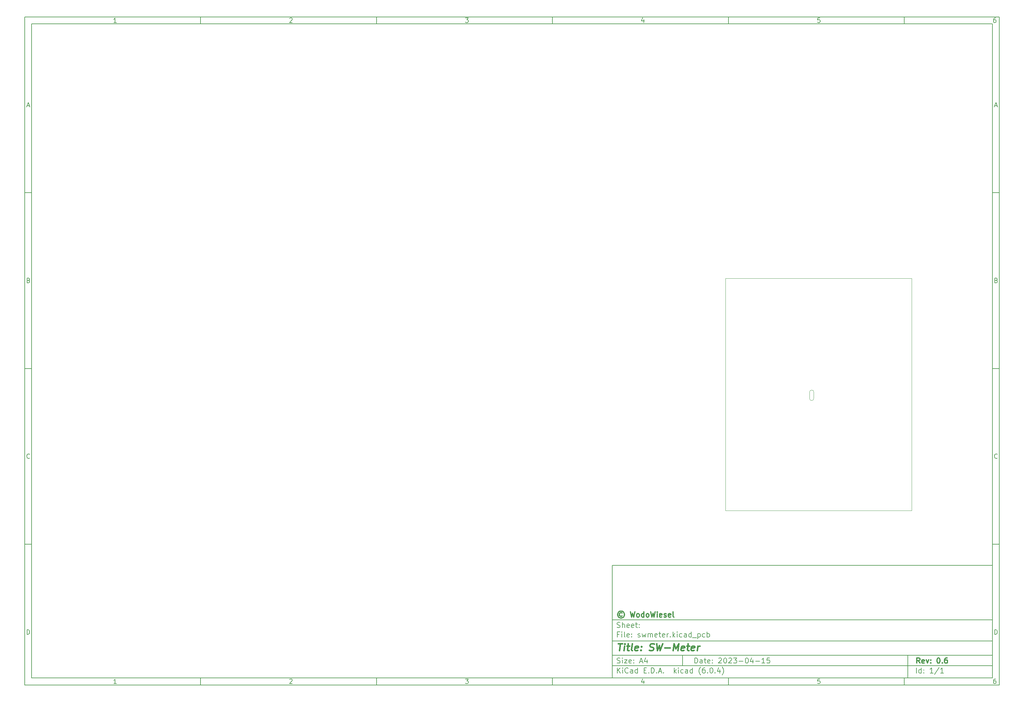
<source format=gbr>
%TF.GenerationSoftware,KiCad,Pcbnew,(6.0.4)*%
%TF.CreationDate,2023-10-22T18:39:05+02:00*%
%TF.ProjectId,swmeter,73776d65-7465-4722-9e6b-696361645f70,0.6*%
%TF.SameCoordinates,Original*%
%TF.FileFunction,Paste,Top*%
%TF.FilePolarity,Positive*%
%FSLAX46Y46*%
G04 Gerber Fmt 4.6, Leading zero omitted, Abs format (unit mm)*
G04 Created by KiCad (PCBNEW (6.0.4)) date 2023-10-22 18:39:05*
%MOMM*%
%LPD*%
G01*
G04 APERTURE LIST*
%ADD10C,0.100000*%
%ADD11C,0.150000*%
%ADD12C,0.300000*%
%ADD13C,0.400000*%
%TA.AperFunction,Profile*%
%ADD14C,0.100000*%
%TD*%
G04 APERTURE END LIST*
D10*
D11*
X177002200Y-166007200D02*
X177002200Y-198007200D01*
X285002200Y-198007200D01*
X285002200Y-166007200D01*
X177002200Y-166007200D01*
D10*
D11*
X10000000Y-10000000D02*
X10000000Y-200007200D01*
X287002200Y-200007200D01*
X287002200Y-10000000D01*
X10000000Y-10000000D01*
D10*
D11*
X12000000Y-12000000D02*
X12000000Y-198007200D01*
X285002200Y-198007200D01*
X285002200Y-12000000D01*
X12000000Y-12000000D01*
D10*
D11*
X60000000Y-12000000D02*
X60000000Y-10000000D01*
D10*
D11*
X110000000Y-12000000D02*
X110000000Y-10000000D01*
D10*
D11*
X160000000Y-12000000D02*
X160000000Y-10000000D01*
D10*
D11*
X210000000Y-12000000D02*
X210000000Y-10000000D01*
D10*
D11*
X260000000Y-12000000D02*
X260000000Y-10000000D01*
D10*
D11*
X36065476Y-11588095D02*
X35322619Y-11588095D01*
X35694047Y-11588095D02*
X35694047Y-10288095D01*
X35570238Y-10473809D01*
X35446428Y-10597619D01*
X35322619Y-10659523D01*
D10*
D11*
X85322619Y-10411904D02*
X85384523Y-10350000D01*
X85508333Y-10288095D01*
X85817857Y-10288095D01*
X85941666Y-10350000D01*
X86003571Y-10411904D01*
X86065476Y-10535714D01*
X86065476Y-10659523D01*
X86003571Y-10845238D01*
X85260714Y-11588095D01*
X86065476Y-11588095D01*
D10*
D11*
X135260714Y-10288095D02*
X136065476Y-10288095D01*
X135632142Y-10783333D01*
X135817857Y-10783333D01*
X135941666Y-10845238D01*
X136003571Y-10907142D01*
X136065476Y-11030952D01*
X136065476Y-11340476D01*
X136003571Y-11464285D01*
X135941666Y-11526190D01*
X135817857Y-11588095D01*
X135446428Y-11588095D01*
X135322619Y-11526190D01*
X135260714Y-11464285D01*
D10*
D11*
X185941666Y-10721428D02*
X185941666Y-11588095D01*
X185632142Y-10226190D02*
X185322619Y-11154761D01*
X186127380Y-11154761D01*
D10*
D11*
X236003571Y-10288095D02*
X235384523Y-10288095D01*
X235322619Y-10907142D01*
X235384523Y-10845238D01*
X235508333Y-10783333D01*
X235817857Y-10783333D01*
X235941666Y-10845238D01*
X236003571Y-10907142D01*
X236065476Y-11030952D01*
X236065476Y-11340476D01*
X236003571Y-11464285D01*
X235941666Y-11526190D01*
X235817857Y-11588095D01*
X235508333Y-11588095D01*
X235384523Y-11526190D01*
X235322619Y-11464285D01*
D10*
D11*
X285941666Y-10288095D02*
X285694047Y-10288095D01*
X285570238Y-10350000D01*
X285508333Y-10411904D01*
X285384523Y-10597619D01*
X285322619Y-10845238D01*
X285322619Y-11340476D01*
X285384523Y-11464285D01*
X285446428Y-11526190D01*
X285570238Y-11588095D01*
X285817857Y-11588095D01*
X285941666Y-11526190D01*
X286003571Y-11464285D01*
X286065476Y-11340476D01*
X286065476Y-11030952D01*
X286003571Y-10907142D01*
X285941666Y-10845238D01*
X285817857Y-10783333D01*
X285570238Y-10783333D01*
X285446428Y-10845238D01*
X285384523Y-10907142D01*
X285322619Y-11030952D01*
D10*
D11*
X60000000Y-198007200D02*
X60000000Y-200007200D01*
D10*
D11*
X110000000Y-198007200D02*
X110000000Y-200007200D01*
D10*
D11*
X160000000Y-198007200D02*
X160000000Y-200007200D01*
D10*
D11*
X210000000Y-198007200D02*
X210000000Y-200007200D01*
D10*
D11*
X260000000Y-198007200D02*
X260000000Y-200007200D01*
D10*
D11*
X36065476Y-199595295D02*
X35322619Y-199595295D01*
X35694047Y-199595295D02*
X35694047Y-198295295D01*
X35570238Y-198481009D01*
X35446428Y-198604819D01*
X35322619Y-198666723D01*
D10*
D11*
X85322619Y-198419104D02*
X85384523Y-198357200D01*
X85508333Y-198295295D01*
X85817857Y-198295295D01*
X85941666Y-198357200D01*
X86003571Y-198419104D01*
X86065476Y-198542914D01*
X86065476Y-198666723D01*
X86003571Y-198852438D01*
X85260714Y-199595295D01*
X86065476Y-199595295D01*
D10*
D11*
X135260714Y-198295295D02*
X136065476Y-198295295D01*
X135632142Y-198790533D01*
X135817857Y-198790533D01*
X135941666Y-198852438D01*
X136003571Y-198914342D01*
X136065476Y-199038152D01*
X136065476Y-199347676D01*
X136003571Y-199471485D01*
X135941666Y-199533390D01*
X135817857Y-199595295D01*
X135446428Y-199595295D01*
X135322619Y-199533390D01*
X135260714Y-199471485D01*
D10*
D11*
X185941666Y-198728628D02*
X185941666Y-199595295D01*
X185632142Y-198233390D02*
X185322619Y-199161961D01*
X186127380Y-199161961D01*
D10*
D11*
X236003571Y-198295295D02*
X235384523Y-198295295D01*
X235322619Y-198914342D01*
X235384523Y-198852438D01*
X235508333Y-198790533D01*
X235817857Y-198790533D01*
X235941666Y-198852438D01*
X236003571Y-198914342D01*
X236065476Y-199038152D01*
X236065476Y-199347676D01*
X236003571Y-199471485D01*
X235941666Y-199533390D01*
X235817857Y-199595295D01*
X235508333Y-199595295D01*
X235384523Y-199533390D01*
X235322619Y-199471485D01*
D10*
D11*
X285941666Y-198295295D02*
X285694047Y-198295295D01*
X285570238Y-198357200D01*
X285508333Y-198419104D01*
X285384523Y-198604819D01*
X285322619Y-198852438D01*
X285322619Y-199347676D01*
X285384523Y-199471485D01*
X285446428Y-199533390D01*
X285570238Y-199595295D01*
X285817857Y-199595295D01*
X285941666Y-199533390D01*
X286003571Y-199471485D01*
X286065476Y-199347676D01*
X286065476Y-199038152D01*
X286003571Y-198914342D01*
X285941666Y-198852438D01*
X285817857Y-198790533D01*
X285570238Y-198790533D01*
X285446428Y-198852438D01*
X285384523Y-198914342D01*
X285322619Y-199038152D01*
D10*
D11*
X10000000Y-60000000D02*
X12000000Y-60000000D01*
D10*
D11*
X10000000Y-110000000D02*
X12000000Y-110000000D01*
D10*
D11*
X10000000Y-160000000D02*
X12000000Y-160000000D01*
D10*
D11*
X10690476Y-35216666D02*
X11309523Y-35216666D01*
X10566666Y-35588095D02*
X11000000Y-34288095D01*
X11433333Y-35588095D01*
D10*
D11*
X11092857Y-84907142D02*
X11278571Y-84969047D01*
X11340476Y-85030952D01*
X11402380Y-85154761D01*
X11402380Y-85340476D01*
X11340476Y-85464285D01*
X11278571Y-85526190D01*
X11154761Y-85588095D01*
X10659523Y-85588095D01*
X10659523Y-84288095D01*
X11092857Y-84288095D01*
X11216666Y-84350000D01*
X11278571Y-84411904D01*
X11340476Y-84535714D01*
X11340476Y-84659523D01*
X11278571Y-84783333D01*
X11216666Y-84845238D01*
X11092857Y-84907142D01*
X10659523Y-84907142D01*
D10*
D11*
X11402380Y-135464285D02*
X11340476Y-135526190D01*
X11154761Y-135588095D01*
X11030952Y-135588095D01*
X10845238Y-135526190D01*
X10721428Y-135402380D01*
X10659523Y-135278571D01*
X10597619Y-135030952D01*
X10597619Y-134845238D01*
X10659523Y-134597619D01*
X10721428Y-134473809D01*
X10845238Y-134350000D01*
X11030952Y-134288095D01*
X11154761Y-134288095D01*
X11340476Y-134350000D01*
X11402380Y-134411904D01*
D10*
D11*
X10659523Y-185588095D02*
X10659523Y-184288095D01*
X10969047Y-184288095D01*
X11154761Y-184350000D01*
X11278571Y-184473809D01*
X11340476Y-184597619D01*
X11402380Y-184845238D01*
X11402380Y-185030952D01*
X11340476Y-185278571D01*
X11278571Y-185402380D01*
X11154761Y-185526190D01*
X10969047Y-185588095D01*
X10659523Y-185588095D01*
D10*
D11*
X287002200Y-60000000D02*
X285002200Y-60000000D01*
D10*
D11*
X287002200Y-110000000D02*
X285002200Y-110000000D01*
D10*
D11*
X287002200Y-160000000D02*
X285002200Y-160000000D01*
D10*
D11*
X285692676Y-35216666D02*
X286311723Y-35216666D01*
X285568866Y-35588095D02*
X286002200Y-34288095D01*
X286435533Y-35588095D01*
D10*
D11*
X286095057Y-84907142D02*
X286280771Y-84969047D01*
X286342676Y-85030952D01*
X286404580Y-85154761D01*
X286404580Y-85340476D01*
X286342676Y-85464285D01*
X286280771Y-85526190D01*
X286156961Y-85588095D01*
X285661723Y-85588095D01*
X285661723Y-84288095D01*
X286095057Y-84288095D01*
X286218866Y-84350000D01*
X286280771Y-84411904D01*
X286342676Y-84535714D01*
X286342676Y-84659523D01*
X286280771Y-84783333D01*
X286218866Y-84845238D01*
X286095057Y-84907142D01*
X285661723Y-84907142D01*
D10*
D11*
X286404580Y-135464285D02*
X286342676Y-135526190D01*
X286156961Y-135588095D01*
X286033152Y-135588095D01*
X285847438Y-135526190D01*
X285723628Y-135402380D01*
X285661723Y-135278571D01*
X285599819Y-135030952D01*
X285599819Y-134845238D01*
X285661723Y-134597619D01*
X285723628Y-134473809D01*
X285847438Y-134350000D01*
X286033152Y-134288095D01*
X286156961Y-134288095D01*
X286342676Y-134350000D01*
X286404580Y-134411904D01*
D10*
D11*
X285661723Y-185588095D02*
X285661723Y-184288095D01*
X285971247Y-184288095D01*
X286156961Y-184350000D01*
X286280771Y-184473809D01*
X286342676Y-184597619D01*
X286404580Y-184845238D01*
X286404580Y-185030952D01*
X286342676Y-185278571D01*
X286280771Y-185402380D01*
X286156961Y-185526190D01*
X285971247Y-185588095D01*
X285661723Y-185588095D01*
D10*
D11*
X200434342Y-193785771D02*
X200434342Y-192285771D01*
X200791485Y-192285771D01*
X201005771Y-192357200D01*
X201148628Y-192500057D01*
X201220057Y-192642914D01*
X201291485Y-192928628D01*
X201291485Y-193142914D01*
X201220057Y-193428628D01*
X201148628Y-193571485D01*
X201005771Y-193714342D01*
X200791485Y-193785771D01*
X200434342Y-193785771D01*
X202577200Y-193785771D02*
X202577200Y-193000057D01*
X202505771Y-192857200D01*
X202362914Y-192785771D01*
X202077200Y-192785771D01*
X201934342Y-192857200D01*
X202577200Y-193714342D02*
X202434342Y-193785771D01*
X202077200Y-193785771D01*
X201934342Y-193714342D01*
X201862914Y-193571485D01*
X201862914Y-193428628D01*
X201934342Y-193285771D01*
X202077200Y-193214342D01*
X202434342Y-193214342D01*
X202577200Y-193142914D01*
X203077200Y-192785771D02*
X203648628Y-192785771D01*
X203291485Y-192285771D02*
X203291485Y-193571485D01*
X203362914Y-193714342D01*
X203505771Y-193785771D01*
X203648628Y-193785771D01*
X204720057Y-193714342D02*
X204577200Y-193785771D01*
X204291485Y-193785771D01*
X204148628Y-193714342D01*
X204077200Y-193571485D01*
X204077200Y-193000057D01*
X204148628Y-192857200D01*
X204291485Y-192785771D01*
X204577200Y-192785771D01*
X204720057Y-192857200D01*
X204791485Y-193000057D01*
X204791485Y-193142914D01*
X204077200Y-193285771D01*
X205434342Y-193642914D02*
X205505771Y-193714342D01*
X205434342Y-193785771D01*
X205362914Y-193714342D01*
X205434342Y-193642914D01*
X205434342Y-193785771D01*
X205434342Y-192857200D02*
X205505771Y-192928628D01*
X205434342Y-193000057D01*
X205362914Y-192928628D01*
X205434342Y-192857200D01*
X205434342Y-193000057D01*
X207220057Y-192428628D02*
X207291485Y-192357200D01*
X207434342Y-192285771D01*
X207791485Y-192285771D01*
X207934342Y-192357200D01*
X208005771Y-192428628D01*
X208077200Y-192571485D01*
X208077200Y-192714342D01*
X208005771Y-192928628D01*
X207148628Y-193785771D01*
X208077200Y-193785771D01*
X209005771Y-192285771D02*
X209148628Y-192285771D01*
X209291485Y-192357200D01*
X209362914Y-192428628D01*
X209434342Y-192571485D01*
X209505771Y-192857200D01*
X209505771Y-193214342D01*
X209434342Y-193500057D01*
X209362914Y-193642914D01*
X209291485Y-193714342D01*
X209148628Y-193785771D01*
X209005771Y-193785771D01*
X208862914Y-193714342D01*
X208791485Y-193642914D01*
X208720057Y-193500057D01*
X208648628Y-193214342D01*
X208648628Y-192857200D01*
X208720057Y-192571485D01*
X208791485Y-192428628D01*
X208862914Y-192357200D01*
X209005771Y-192285771D01*
X210077200Y-192428628D02*
X210148628Y-192357200D01*
X210291485Y-192285771D01*
X210648628Y-192285771D01*
X210791485Y-192357200D01*
X210862914Y-192428628D01*
X210934342Y-192571485D01*
X210934342Y-192714342D01*
X210862914Y-192928628D01*
X210005771Y-193785771D01*
X210934342Y-193785771D01*
X211434342Y-192285771D02*
X212362914Y-192285771D01*
X211862914Y-192857200D01*
X212077200Y-192857200D01*
X212220057Y-192928628D01*
X212291485Y-193000057D01*
X212362914Y-193142914D01*
X212362914Y-193500057D01*
X212291485Y-193642914D01*
X212220057Y-193714342D01*
X212077200Y-193785771D01*
X211648628Y-193785771D01*
X211505771Y-193714342D01*
X211434342Y-193642914D01*
X213005771Y-193214342D02*
X214148628Y-193214342D01*
X215148628Y-192285771D02*
X215291485Y-192285771D01*
X215434342Y-192357200D01*
X215505771Y-192428628D01*
X215577200Y-192571485D01*
X215648628Y-192857200D01*
X215648628Y-193214342D01*
X215577200Y-193500057D01*
X215505771Y-193642914D01*
X215434342Y-193714342D01*
X215291485Y-193785771D01*
X215148628Y-193785771D01*
X215005771Y-193714342D01*
X214934342Y-193642914D01*
X214862914Y-193500057D01*
X214791485Y-193214342D01*
X214791485Y-192857200D01*
X214862914Y-192571485D01*
X214934342Y-192428628D01*
X215005771Y-192357200D01*
X215148628Y-192285771D01*
X216934342Y-192785771D02*
X216934342Y-193785771D01*
X216577200Y-192214342D02*
X216220057Y-193285771D01*
X217148628Y-193285771D01*
X217720057Y-193214342D02*
X218862914Y-193214342D01*
X220362914Y-193785771D02*
X219505771Y-193785771D01*
X219934342Y-193785771D02*
X219934342Y-192285771D01*
X219791485Y-192500057D01*
X219648628Y-192642914D01*
X219505771Y-192714342D01*
X221720057Y-192285771D02*
X221005771Y-192285771D01*
X220934342Y-193000057D01*
X221005771Y-192928628D01*
X221148628Y-192857200D01*
X221505771Y-192857200D01*
X221648628Y-192928628D01*
X221720057Y-193000057D01*
X221791485Y-193142914D01*
X221791485Y-193500057D01*
X221720057Y-193642914D01*
X221648628Y-193714342D01*
X221505771Y-193785771D01*
X221148628Y-193785771D01*
X221005771Y-193714342D01*
X220934342Y-193642914D01*
D10*
D11*
X177002200Y-194507200D02*
X285002200Y-194507200D01*
D10*
D11*
X178434342Y-196585771D02*
X178434342Y-195085771D01*
X179291485Y-196585771D02*
X178648628Y-195728628D01*
X179291485Y-195085771D02*
X178434342Y-195942914D01*
X179934342Y-196585771D02*
X179934342Y-195585771D01*
X179934342Y-195085771D02*
X179862914Y-195157200D01*
X179934342Y-195228628D01*
X180005771Y-195157200D01*
X179934342Y-195085771D01*
X179934342Y-195228628D01*
X181505771Y-196442914D02*
X181434342Y-196514342D01*
X181220057Y-196585771D01*
X181077200Y-196585771D01*
X180862914Y-196514342D01*
X180720057Y-196371485D01*
X180648628Y-196228628D01*
X180577200Y-195942914D01*
X180577200Y-195728628D01*
X180648628Y-195442914D01*
X180720057Y-195300057D01*
X180862914Y-195157200D01*
X181077200Y-195085771D01*
X181220057Y-195085771D01*
X181434342Y-195157200D01*
X181505771Y-195228628D01*
X182791485Y-196585771D02*
X182791485Y-195800057D01*
X182720057Y-195657200D01*
X182577200Y-195585771D01*
X182291485Y-195585771D01*
X182148628Y-195657200D01*
X182791485Y-196514342D02*
X182648628Y-196585771D01*
X182291485Y-196585771D01*
X182148628Y-196514342D01*
X182077200Y-196371485D01*
X182077200Y-196228628D01*
X182148628Y-196085771D01*
X182291485Y-196014342D01*
X182648628Y-196014342D01*
X182791485Y-195942914D01*
X184148628Y-196585771D02*
X184148628Y-195085771D01*
X184148628Y-196514342D02*
X184005771Y-196585771D01*
X183720057Y-196585771D01*
X183577200Y-196514342D01*
X183505771Y-196442914D01*
X183434342Y-196300057D01*
X183434342Y-195871485D01*
X183505771Y-195728628D01*
X183577200Y-195657200D01*
X183720057Y-195585771D01*
X184005771Y-195585771D01*
X184148628Y-195657200D01*
X186005771Y-195800057D02*
X186505771Y-195800057D01*
X186720057Y-196585771D02*
X186005771Y-196585771D01*
X186005771Y-195085771D01*
X186720057Y-195085771D01*
X187362914Y-196442914D02*
X187434342Y-196514342D01*
X187362914Y-196585771D01*
X187291485Y-196514342D01*
X187362914Y-196442914D01*
X187362914Y-196585771D01*
X188077200Y-196585771D02*
X188077200Y-195085771D01*
X188434342Y-195085771D01*
X188648628Y-195157200D01*
X188791485Y-195300057D01*
X188862914Y-195442914D01*
X188934342Y-195728628D01*
X188934342Y-195942914D01*
X188862914Y-196228628D01*
X188791485Y-196371485D01*
X188648628Y-196514342D01*
X188434342Y-196585771D01*
X188077200Y-196585771D01*
X189577200Y-196442914D02*
X189648628Y-196514342D01*
X189577200Y-196585771D01*
X189505771Y-196514342D01*
X189577200Y-196442914D01*
X189577200Y-196585771D01*
X190220057Y-196157200D02*
X190934342Y-196157200D01*
X190077200Y-196585771D02*
X190577200Y-195085771D01*
X191077200Y-196585771D01*
X191577200Y-196442914D02*
X191648628Y-196514342D01*
X191577200Y-196585771D01*
X191505771Y-196514342D01*
X191577200Y-196442914D01*
X191577200Y-196585771D01*
X194577200Y-196585771D02*
X194577200Y-195085771D01*
X194720057Y-196014342D02*
X195148628Y-196585771D01*
X195148628Y-195585771D02*
X194577200Y-196157200D01*
X195791485Y-196585771D02*
X195791485Y-195585771D01*
X195791485Y-195085771D02*
X195720057Y-195157200D01*
X195791485Y-195228628D01*
X195862914Y-195157200D01*
X195791485Y-195085771D01*
X195791485Y-195228628D01*
X197148628Y-196514342D02*
X197005771Y-196585771D01*
X196720057Y-196585771D01*
X196577200Y-196514342D01*
X196505771Y-196442914D01*
X196434342Y-196300057D01*
X196434342Y-195871485D01*
X196505771Y-195728628D01*
X196577200Y-195657200D01*
X196720057Y-195585771D01*
X197005771Y-195585771D01*
X197148628Y-195657200D01*
X198434342Y-196585771D02*
X198434342Y-195800057D01*
X198362914Y-195657200D01*
X198220057Y-195585771D01*
X197934342Y-195585771D01*
X197791485Y-195657200D01*
X198434342Y-196514342D02*
X198291485Y-196585771D01*
X197934342Y-196585771D01*
X197791485Y-196514342D01*
X197720057Y-196371485D01*
X197720057Y-196228628D01*
X197791485Y-196085771D01*
X197934342Y-196014342D01*
X198291485Y-196014342D01*
X198434342Y-195942914D01*
X199791485Y-196585771D02*
X199791485Y-195085771D01*
X199791485Y-196514342D02*
X199648628Y-196585771D01*
X199362914Y-196585771D01*
X199220057Y-196514342D01*
X199148628Y-196442914D01*
X199077200Y-196300057D01*
X199077200Y-195871485D01*
X199148628Y-195728628D01*
X199220057Y-195657200D01*
X199362914Y-195585771D01*
X199648628Y-195585771D01*
X199791485Y-195657200D01*
X202077200Y-197157200D02*
X202005771Y-197085771D01*
X201862914Y-196871485D01*
X201791485Y-196728628D01*
X201720057Y-196514342D01*
X201648628Y-196157200D01*
X201648628Y-195871485D01*
X201720057Y-195514342D01*
X201791485Y-195300057D01*
X201862914Y-195157200D01*
X202005771Y-194942914D01*
X202077200Y-194871485D01*
X203291485Y-195085771D02*
X203005771Y-195085771D01*
X202862914Y-195157200D01*
X202791485Y-195228628D01*
X202648628Y-195442914D01*
X202577200Y-195728628D01*
X202577200Y-196300057D01*
X202648628Y-196442914D01*
X202720057Y-196514342D01*
X202862914Y-196585771D01*
X203148628Y-196585771D01*
X203291485Y-196514342D01*
X203362914Y-196442914D01*
X203434342Y-196300057D01*
X203434342Y-195942914D01*
X203362914Y-195800057D01*
X203291485Y-195728628D01*
X203148628Y-195657200D01*
X202862914Y-195657200D01*
X202720057Y-195728628D01*
X202648628Y-195800057D01*
X202577200Y-195942914D01*
X204077200Y-196442914D02*
X204148628Y-196514342D01*
X204077200Y-196585771D01*
X204005771Y-196514342D01*
X204077200Y-196442914D01*
X204077200Y-196585771D01*
X205077200Y-195085771D02*
X205220057Y-195085771D01*
X205362914Y-195157200D01*
X205434342Y-195228628D01*
X205505771Y-195371485D01*
X205577200Y-195657200D01*
X205577200Y-196014342D01*
X205505771Y-196300057D01*
X205434342Y-196442914D01*
X205362914Y-196514342D01*
X205220057Y-196585771D01*
X205077200Y-196585771D01*
X204934342Y-196514342D01*
X204862914Y-196442914D01*
X204791485Y-196300057D01*
X204720057Y-196014342D01*
X204720057Y-195657200D01*
X204791485Y-195371485D01*
X204862914Y-195228628D01*
X204934342Y-195157200D01*
X205077200Y-195085771D01*
X206220057Y-196442914D02*
X206291485Y-196514342D01*
X206220057Y-196585771D01*
X206148628Y-196514342D01*
X206220057Y-196442914D01*
X206220057Y-196585771D01*
X207577200Y-195585771D02*
X207577200Y-196585771D01*
X207220057Y-195014342D02*
X206862914Y-196085771D01*
X207791485Y-196085771D01*
X208220057Y-197157200D02*
X208291485Y-197085771D01*
X208434342Y-196871485D01*
X208505771Y-196728628D01*
X208577200Y-196514342D01*
X208648628Y-196157200D01*
X208648628Y-195871485D01*
X208577200Y-195514342D01*
X208505771Y-195300057D01*
X208434342Y-195157200D01*
X208291485Y-194942914D01*
X208220057Y-194871485D01*
D10*
D11*
X177002200Y-191507200D02*
X285002200Y-191507200D01*
D10*
D12*
X264411485Y-193785771D02*
X263911485Y-193071485D01*
X263554342Y-193785771D02*
X263554342Y-192285771D01*
X264125771Y-192285771D01*
X264268628Y-192357200D01*
X264340057Y-192428628D01*
X264411485Y-192571485D01*
X264411485Y-192785771D01*
X264340057Y-192928628D01*
X264268628Y-193000057D01*
X264125771Y-193071485D01*
X263554342Y-193071485D01*
X265625771Y-193714342D02*
X265482914Y-193785771D01*
X265197200Y-193785771D01*
X265054342Y-193714342D01*
X264982914Y-193571485D01*
X264982914Y-193000057D01*
X265054342Y-192857200D01*
X265197200Y-192785771D01*
X265482914Y-192785771D01*
X265625771Y-192857200D01*
X265697200Y-193000057D01*
X265697200Y-193142914D01*
X264982914Y-193285771D01*
X266197200Y-192785771D02*
X266554342Y-193785771D01*
X266911485Y-192785771D01*
X267482914Y-193642914D02*
X267554342Y-193714342D01*
X267482914Y-193785771D01*
X267411485Y-193714342D01*
X267482914Y-193642914D01*
X267482914Y-193785771D01*
X267482914Y-192857200D02*
X267554342Y-192928628D01*
X267482914Y-193000057D01*
X267411485Y-192928628D01*
X267482914Y-192857200D01*
X267482914Y-193000057D01*
X269625771Y-192285771D02*
X269768628Y-192285771D01*
X269911485Y-192357200D01*
X269982914Y-192428628D01*
X270054342Y-192571485D01*
X270125771Y-192857200D01*
X270125771Y-193214342D01*
X270054342Y-193500057D01*
X269982914Y-193642914D01*
X269911485Y-193714342D01*
X269768628Y-193785771D01*
X269625771Y-193785771D01*
X269482914Y-193714342D01*
X269411485Y-193642914D01*
X269340057Y-193500057D01*
X269268628Y-193214342D01*
X269268628Y-192857200D01*
X269340057Y-192571485D01*
X269411485Y-192428628D01*
X269482914Y-192357200D01*
X269625771Y-192285771D01*
X270768628Y-193642914D02*
X270840057Y-193714342D01*
X270768628Y-193785771D01*
X270697200Y-193714342D01*
X270768628Y-193642914D01*
X270768628Y-193785771D01*
X272125771Y-192285771D02*
X271840057Y-192285771D01*
X271697200Y-192357200D01*
X271625771Y-192428628D01*
X271482914Y-192642914D01*
X271411485Y-192928628D01*
X271411485Y-193500057D01*
X271482914Y-193642914D01*
X271554342Y-193714342D01*
X271697200Y-193785771D01*
X271982914Y-193785771D01*
X272125771Y-193714342D01*
X272197200Y-193642914D01*
X272268628Y-193500057D01*
X272268628Y-193142914D01*
X272197200Y-193000057D01*
X272125771Y-192928628D01*
X271982914Y-192857200D01*
X271697200Y-192857200D01*
X271554342Y-192928628D01*
X271482914Y-193000057D01*
X271411485Y-193142914D01*
D10*
D11*
X178362914Y-193714342D02*
X178577200Y-193785771D01*
X178934342Y-193785771D01*
X179077200Y-193714342D01*
X179148628Y-193642914D01*
X179220057Y-193500057D01*
X179220057Y-193357200D01*
X179148628Y-193214342D01*
X179077200Y-193142914D01*
X178934342Y-193071485D01*
X178648628Y-193000057D01*
X178505771Y-192928628D01*
X178434342Y-192857200D01*
X178362914Y-192714342D01*
X178362914Y-192571485D01*
X178434342Y-192428628D01*
X178505771Y-192357200D01*
X178648628Y-192285771D01*
X179005771Y-192285771D01*
X179220057Y-192357200D01*
X179862914Y-193785771D02*
X179862914Y-192785771D01*
X179862914Y-192285771D02*
X179791485Y-192357200D01*
X179862914Y-192428628D01*
X179934342Y-192357200D01*
X179862914Y-192285771D01*
X179862914Y-192428628D01*
X180434342Y-192785771D02*
X181220057Y-192785771D01*
X180434342Y-193785771D01*
X181220057Y-193785771D01*
X182362914Y-193714342D02*
X182220057Y-193785771D01*
X181934342Y-193785771D01*
X181791485Y-193714342D01*
X181720057Y-193571485D01*
X181720057Y-193000057D01*
X181791485Y-192857200D01*
X181934342Y-192785771D01*
X182220057Y-192785771D01*
X182362914Y-192857200D01*
X182434342Y-193000057D01*
X182434342Y-193142914D01*
X181720057Y-193285771D01*
X183077200Y-193642914D02*
X183148628Y-193714342D01*
X183077200Y-193785771D01*
X183005771Y-193714342D01*
X183077200Y-193642914D01*
X183077200Y-193785771D01*
X183077200Y-192857200D02*
X183148628Y-192928628D01*
X183077200Y-193000057D01*
X183005771Y-192928628D01*
X183077200Y-192857200D01*
X183077200Y-193000057D01*
X184862914Y-193357200D02*
X185577200Y-193357200D01*
X184720057Y-193785771D02*
X185220057Y-192285771D01*
X185720057Y-193785771D01*
X186862914Y-192785771D02*
X186862914Y-193785771D01*
X186505771Y-192214342D02*
X186148628Y-193285771D01*
X187077200Y-193285771D01*
D10*
D11*
X263434342Y-196585771D02*
X263434342Y-195085771D01*
X264791485Y-196585771D02*
X264791485Y-195085771D01*
X264791485Y-196514342D02*
X264648628Y-196585771D01*
X264362914Y-196585771D01*
X264220057Y-196514342D01*
X264148628Y-196442914D01*
X264077200Y-196300057D01*
X264077200Y-195871485D01*
X264148628Y-195728628D01*
X264220057Y-195657200D01*
X264362914Y-195585771D01*
X264648628Y-195585771D01*
X264791485Y-195657200D01*
X265505771Y-196442914D02*
X265577200Y-196514342D01*
X265505771Y-196585771D01*
X265434342Y-196514342D01*
X265505771Y-196442914D01*
X265505771Y-196585771D01*
X265505771Y-195657200D02*
X265577200Y-195728628D01*
X265505771Y-195800057D01*
X265434342Y-195728628D01*
X265505771Y-195657200D01*
X265505771Y-195800057D01*
X268148628Y-196585771D02*
X267291485Y-196585771D01*
X267720057Y-196585771D02*
X267720057Y-195085771D01*
X267577200Y-195300057D01*
X267434342Y-195442914D01*
X267291485Y-195514342D01*
X269862914Y-195014342D02*
X268577200Y-196942914D01*
X271148628Y-196585771D02*
X270291485Y-196585771D01*
X270720057Y-196585771D02*
X270720057Y-195085771D01*
X270577200Y-195300057D01*
X270434342Y-195442914D01*
X270291485Y-195514342D01*
D10*
D11*
X177002200Y-187507200D02*
X285002200Y-187507200D01*
D10*
D13*
X178714580Y-188211961D02*
X179857438Y-188211961D01*
X179036009Y-190211961D02*
X179286009Y-188211961D01*
X180274104Y-190211961D02*
X180440771Y-188878628D01*
X180524104Y-188211961D02*
X180416961Y-188307200D01*
X180500295Y-188402438D01*
X180607438Y-188307200D01*
X180524104Y-188211961D01*
X180500295Y-188402438D01*
X181107438Y-188878628D02*
X181869342Y-188878628D01*
X181476485Y-188211961D02*
X181262200Y-189926247D01*
X181333628Y-190116723D01*
X181512200Y-190211961D01*
X181702676Y-190211961D01*
X182655057Y-190211961D02*
X182476485Y-190116723D01*
X182405057Y-189926247D01*
X182619342Y-188211961D01*
X184190771Y-190116723D02*
X183988390Y-190211961D01*
X183607438Y-190211961D01*
X183428866Y-190116723D01*
X183357438Y-189926247D01*
X183452676Y-189164342D01*
X183571723Y-188973866D01*
X183774104Y-188878628D01*
X184155057Y-188878628D01*
X184333628Y-188973866D01*
X184405057Y-189164342D01*
X184381247Y-189354819D01*
X183405057Y-189545295D01*
X185155057Y-190021485D02*
X185238390Y-190116723D01*
X185131247Y-190211961D01*
X185047914Y-190116723D01*
X185155057Y-190021485D01*
X185131247Y-190211961D01*
X185286009Y-188973866D02*
X185369342Y-189069104D01*
X185262200Y-189164342D01*
X185178866Y-189069104D01*
X185286009Y-188973866D01*
X185262200Y-189164342D01*
X187524104Y-190116723D02*
X187797914Y-190211961D01*
X188274104Y-190211961D01*
X188476485Y-190116723D01*
X188583628Y-190021485D01*
X188702676Y-189831009D01*
X188726485Y-189640533D01*
X188655057Y-189450057D01*
X188571723Y-189354819D01*
X188393152Y-189259580D01*
X188024104Y-189164342D01*
X187845533Y-189069104D01*
X187762200Y-188973866D01*
X187690771Y-188783390D01*
X187714580Y-188592914D01*
X187833628Y-188402438D01*
X187940771Y-188307200D01*
X188143152Y-188211961D01*
X188619342Y-188211961D01*
X188893152Y-188307200D01*
X189571723Y-188211961D02*
X189797914Y-190211961D01*
X190357438Y-188783390D01*
X190559819Y-190211961D01*
X191286009Y-188211961D01*
X191893152Y-189450057D02*
X193416961Y-189450057D01*
X194274104Y-190211961D02*
X194524104Y-188211961D01*
X195012200Y-189640533D01*
X195857438Y-188211961D01*
X195607438Y-190211961D01*
X197333628Y-190116723D02*
X197131247Y-190211961D01*
X196750295Y-190211961D01*
X196571723Y-190116723D01*
X196500295Y-189926247D01*
X196595533Y-189164342D01*
X196714580Y-188973866D01*
X196916961Y-188878628D01*
X197297914Y-188878628D01*
X197476485Y-188973866D01*
X197547914Y-189164342D01*
X197524104Y-189354819D01*
X196547914Y-189545295D01*
X198155057Y-188878628D02*
X198916961Y-188878628D01*
X198524104Y-188211961D02*
X198309819Y-189926247D01*
X198381247Y-190116723D01*
X198559819Y-190211961D01*
X198750295Y-190211961D01*
X200190771Y-190116723D02*
X199988390Y-190211961D01*
X199607438Y-190211961D01*
X199428866Y-190116723D01*
X199357438Y-189926247D01*
X199452676Y-189164342D01*
X199571723Y-188973866D01*
X199774104Y-188878628D01*
X200155057Y-188878628D01*
X200333628Y-188973866D01*
X200405057Y-189164342D01*
X200381247Y-189354819D01*
X199405057Y-189545295D01*
X201131247Y-190211961D02*
X201297914Y-188878628D01*
X201250295Y-189259580D02*
X201369342Y-189069104D01*
X201476485Y-188973866D01*
X201678866Y-188878628D01*
X201869342Y-188878628D01*
D10*
D11*
X178934342Y-185600057D02*
X178434342Y-185600057D01*
X178434342Y-186385771D02*
X178434342Y-184885771D01*
X179148628Y-184885771D01*
X179720057Y-186385771D02*
X179720057Y-185385771D01*
X179720057Y-184885771D02*
X179648628Y-184957200D01*
X179720057Y-185028628D01*
X179791485Y-184957200D01*
X179720057Y-184885771D01*
X179720057Y-185028628D01*
X180648628Y-186385771D02*
X180505771Y-186314342D01*
X180434342Y-186171485D01*
X180434342Y-184885771D01*
X181791485Y-186314342D02*
X181648628Y-186385771D01*
X181362914Y-186385771D01*
X181220057Y-186314342D01*
X181148628Y-186171485D01*
X181148628Y-185600057D01*
X181220057Y-185457200D01*
X181362914Y-185385771D01*
X181648628Y-185385771D01*
X181791485Y-185457200D01*
X181862914Y-185600057D01*
X181862914Y-185742914D01*
X181148628Y-185885771D01*
X182505771Y-186242914D02*
X182577200Y-186314342D01*
X182505771Y-186385771D01*
X182434342Y-186314342D01*
X182505771Y-186242914D01*
X182505771Y-186385771D01*
X182505771Y-185457200D02*
X182577200Y-185528628D01*
X182505771Y-185600057D01*
X182434342Y-185528628D01*
X182505771Y-185457200D01*
X182505771Y-185600057D01*
X184291485Y-186314342D02*
X184434342Y-186385771D01*
X184720057Y-186385771D01*
X184862914Y-186314342D01*
X184934342Y-186171485D01*
X184934342Y-186100057D01*
X184862914Y-185957200D01*
X184720057Y-185885771D01*
X184505771Y-185885771D01*
X184362914Y-185814342D01*
X184291485Y-185671485D01*
X184291485Y-185600057D01*
X184362914Y-185457200D01*
X184505771Y-185385771D01*
X184720057Y-185385771D01*
X184862914Y-185457200D01*
X185434342Y-185385771D02*
X185720057Y-186385771D01*
X186005771Y-185671485D01*
X186291485Y-186385771D01*
X186577200Y-185385771D01*
X187148628Y-186385771D02*
X187148628Y-185385771D01*
X187148628Y-185528628D02*
X187220057Y-185457200D01*
X187362914Y-185385771D01*
X187577200Y-185385771D01*
X187720057Y-185457200D01*
X187791485Y-185600057D01*
X187791485Y-186385771D01*
X187791485Y-185600057D02*
X187862914Y-185457200D01*
X188005771Y-185385771D01*
X188220057Y-185385771D01*
X188362914Y-185457200D01*
X188434342Y-185600057D01*
X188434342Y-186385771D01*
X189720057Y-186314342D02*
X189577200Y-186385771D01*
X189291485Y-186385771D01*
X189148628Y-186314342D01*
X189077200Y-186171485D01*
X189077200Y-185600057D01*
X189148628Y-185457200D01*
X189291485Y-185385771D01*
X189577200Y-185385771D01*
X189720057Y-185457200D01*
X189791485Y-185600057D01*
X189791485Y-185742914D01*
X189077200Y-185885771D01*
X190220057Y-185385771D02*
X190791485Y-185385771D01*
X190434342Y-184885771D02*
X190434342Y-186171485D01*
X190505771Y-186314342D01*
X190648628Y-186385771D01*
X190791485Y-186385771D01*
X191862914Y-186314342D02*
X191720057Y-186385771D01*
X191434342Y-186385771D01*
X191291485Y-186314342D01*
X191220057Y-186171485D01*
X191220057Y-185600057D01*
X191291485Y-185457200D01*
X191434342Y-185385771D01*
X191720057Y-185385771D01*
X191862914Y-185457200D01*
X191934342Y-185600057D01*
X191934342Y-185742914D01*
X191220057Y-185885771D01*
X192577200Y-186385771D02*
X192577200Y-185385771D01*
X192577200Y-185671485D02*
X192648628Y-185528628D01*
X192720057Y-185457200D01*
X192862914Y-185385771D01*
X193005771Y-185385771D01*
X193505771Y-186242914D02*
X193577200Y-186314342D01*
X193505771Y-186385771D01*
X193434342Y-186314342D01*
X193505771Y-186242914D01*
X193505771Y-186385771D01*
X194220057Y-186385771D02*
X194220057Y-184885771D01*
X194362914Y-185814342D02*
X194791485Y-186385771D01*
X194791485Y-185385771D02*
X194220057Y-185957200D01*
X195434342Y-186385771D02*
X195434342Y-185385771D01*
X195434342Y-184885771D02*
X195362914Y-184957200D01*
X195434342Y-185028628D01*
X195505771Y-184957200D01*
X195434342Y-184885771D01*
X195434342Y-185028628D01*
X196791485Y-186314342D02*
X196648628Y-186385771D01*
X196362914Y-186385771D01*
X196220057Y-186314342D01*
X196148628Y-186242914D01*
X196077200Y-186100057D01*
X196077200Y-185671485D01*
X196148628Y-185528628D01*
X196220057Y-185457200D01*
X196362914Y-185385771D01*
X196648628Y-185385771D01*
X196791485Y-185457200D01*
X198077200Y-186385771D02*
X198077200Y-185600057D01*
X198005771Y-185457200D01*
X197862914Y-185385771D01*
X197577200Y-185385771D01*
X197434342Y-185457200D01*
X198077200Y-186314342D02*
X197934342Y-186385771D01*
X197577200Y-186385771D01*
X197434342Y-186314342D01*
X197362914Y-186171485D01*
X197362914Y-186028628D01*
X197434342Y-185885771D01*
X197577200Y-185814342D01*
X197934342Y-185814342D01*
X198077200Y-185742914D01*
X199434342Y-186385771D02*
X199434342Y-184885771D01*
X199434342Y-186314342D02*
X199291485Y-186385771D01*
X199005771Y-186385771D01*
X198862914Y-186314342D01*
X198791485Y-186242914D01*
X198720057Y-186100057D01*
X198720057Y-185671485D01*
X198791485Y-185528628D01*
X198862914Y-185457200D01*
X199005771Y-185385771D01*
X199291485Y-185385771D01*
X199434342Y-185457200D01*
X199791485Y-186528628D02*
X200934342Y-186528628D01*
X201291485Y-185385771D02*
X201291485Y-186885771D01*
X201291485Y-185457200D02*
X201434342Y-185385771D01*
X201720057Y-185385771D01*
X201862914Y-185457200D01*
X201934342Y-185528628D01*
X202005771Y-185671485D01*
X202005771Y-186100057D01*
X201934342Y-186242914D01*
X201862914Y-186314342D01*
X201720057Y-186385771D01*
X201434342Y-186385771D01*
X201291485Y-186314342D01*
X203291485Y-186314342D02*
X203148628Y-186385771D01*
X202862914Y-186385771D01*
X202720057Y-186314342D01*
X202648628Y-186242914D01*
X202577200Y-186100057D01*
X202577200Y-185671485D01*
X202648628Y-185528628D01*
X202720057Y-185457200D01*
X202862914Y-185385771D01*
X203148628Y-185385771D01*
X203291485Y-185457200D01*
X203934342Y-186385771D02*
X203934342Y-184885771D01*
X203934342Y-185457200D02*
X204077200Y-185385771D01*
X204362914Y-185385771D01*
X204505771Y-185457200D01*
X204577200Y-185528628D01*
X204648628Y-185671485D01*
X204648628Y-186100057D01*
X204577200Y-186242914D01*
X204505771Y-186314342D01*
X204362914Y-186385771D01*
X204077200Y-186385771D01*
X203934342Y-186314342D01*
D10*
D11*
X177002200Y-181507200D02*
X285002200Y-181507200D01*
D10*
D11*
X178362914Y-183614342D02*
X178577200Y-183685771D01*
X178934342Y-183685771D01*
X179077200Y-183614342D01*
X179148628Y-183542914D01*
X179220057Y-183400057D01*
X179220057Y-183257200D01*
X179148628Y-183114342D01*
X179077200Y-183042914D01*
X178934342Y-182971485D01*
X178648628Y-182900057D01*
X178505771Y-182828628D01*
X178434342Y-182757200D01*
X178362914Y-182614342D01*
X178362914Y-182471485D01*
X178434342Y-182328628D01*
X178505771Y-182257200D01*
X178648628Y-182185771D01*
X179005771Y-182185771D01*
X179220057Y-182257200D01*
X179862914Y-183685771D02*
X179862914Y-182185771D01*
X180505771Y-183685771D02*
X180505771Y-182900057D01*
X180434342Y-182757200D01*
X180291485Y-182685771D01*
X180077200Y-182685771D01*
X179934342Y-182757200D01*
X179862914Y-182828628D01*
X181791485Y-183614342D02*
X181648628Y-183685771D01*
X181362914Y-183685771D01*
X181220057Y-183614342D01*
X181148628Y-183471485D01*
X181148628Y-182900057D01*
X181220057Y-182757200D01*
X181362914Y-182685771D01*
X181648628Y-182685771D01*
X181791485Y-182757200D01*
X181862914Y-182900057D01*
X181862914Y-183042914D01*
X181148628Y-183185771D01*
X183077200Y-183614342D02*
X182934342Y-183685771D01*
X182648628Y-183685771D01*
X182505771Y-183614342D01*
X182434342Y-183471485D01*
X182434342Y-182900057D01*
X182505771Y-182757200D01*
X182648628Y-182685771D01*
X182934342Y-182685771D01*
X183077200Y-182757200D01*
X183148628Y-182900057D01*
X183148628Y-183042914D01*
X182434342Y-183185771D01*
X183577200Y-182685771D02*
X184148628Y-182685771D01*
X183791485Y-182185771D02*
X183791485Y-183471485D01*
X183862914Y-183614342D01*
X184005771Y-183685771D01*
X184148628Y-183685771D01*
X184648628Y-183542914D02*
X184720057Y-183614342D01*
X184648628Y-183685771D01*
X184577200Y-183614342D01*
X184648628Y-183542914D01*
X184648628Y-183685771D01*
X184648628Y-182757200D02*
X184720057Y-182828628D01*
X184648628Y-182900057D01*
X184577200Y-182828628D01*
X184648628Y-182757200D01*
X184648628Y-182900057D01*
D10*
D12*
X179768628Y-179542914D02*
X179625771Y-179471485D01*
X179340057Y-179471485D01*
X179197200Y-179542914D01*
X179054342Y-179685771D01*
X178982914Y-179828628D01*
X178982914Y-180114342D01*
X179054342Y-180257200D01*
X179197200Y-180400057D01*
X179340057Y-180471485D01*
X179625771Y-180471485D01*
X179768628Y-180400057D01*
X179482914Y-178971485D02*
X179125771Y-179042914D01*
X178768628Y-179257200D01*
X178554342Y-179614342D01*
X178482914Y-179971485D01*
X178554342Y-180328628D01*
X178768628Y-180685771D01*
X179125771Y-180900057D01*
X179482914Y-180971485D01*
X179840057Y-180900057D01*
X180197200Y-180685771D01*
X180411485Y-180328628D01*
X180482914Y-179971485D01*
X180411485Y-179614342D01*
X180197200Y-179257200D01*
X179840057Y-179042914D01*
X179482914Y-178971485D01*
X182125771Y-179185771D02*
X182482914Y-180685771D01*
X182768628Y-179614342D01*
X183054342Y-180685771D01*
X183411485Y-179185771D01*
X184197200Y-180685771D02*
X184054342Y-180614342D01*
X183982914Y-180542914D01*
X183911485Y-180400057D01*
X183911485Y-179971485D01*
X183982914Y-179828628D01*
X184054342Y-179757200D01*
X184197200Y-179685771D01*
X184411485Y-179685771D01*
X184554342Y-179757200D01*
X184625771Y-179828628D01*
X184697200Y-179971485D01*
X184697200Y-180400057D01*
X184625771Y-180542914D01*
X184554342Y-180614342D01*
X184411485Y-180685771D01*
X184197200Y-180685771D01*
X185982914Y-180685771D02*
X185982914Y-179185771D01*
X185982914Y-180614342D02*
X185840057Y-180685771D01*
X185554342Y-180685771D01*
X185411485Y-180614342D01*
X185340057Y-180542914D01*
X185268628Y-180400057D01*
X185268628Y-179971485D01*
X185340057Y-179828628D01*
X185411485Y-179757200D01*
X185554342Y-179685771D01*
X185840057Y-179685771D01*
X185982914Y-179757200D01*
X186911485Y-180685771D02*
X186768628Y-180614342D01*
X186697200Y-180542914D01*
X186625771Y-180400057D01*
X186625771Y-179971485D01*
X186697200Y-179828628D01*
X186768628Y-179757200D01*
X186911485Y-179685771D01*
X187125771Y-179685771D01*
X187268628Y-179757200D01*
X187340057Y-179828628D01*
X187411485Y-179971485D01*
X187411485Y-180400057D01*
X187340057Y-180542914D01*
X187268628Y-180614342D01*
X187125771Y-180685771D01*
X186911485Y-180685771D01*
X187911485Y-179185771D02*
X188268628Y-180685771D01*
X188554342Y-179614342D01*
X188840057Y-180685771D01*
X189197200Y-179185771D01*
X189768628Y-180685771D02*
X189768628Y-179685771D01*
X189768628Y-179185771D02*
X189697200Y-179257200D01*
X189768628Y-179328628D01*
X189840057Y-179257200D01*
X189768628Y-179185771D01*
X189768628Y-179328628D01*
X191054342Y-180614342D02*
X190911485Y-180685771D01*
X190625771Y-180685771D01*
X190482914Y-180614342D01*
X190411485Y-180471485D01*
X190411485Y-179900057D01*
X190482914Y-179757200D01*
X190625771Y-179685771D01*
X190911485Y-179685771D01*
X191054342Y-179757200D01*
X191125771Y-179900057D01*
X191125771Y-180042914D01*
X190411485Y-180185771D01*
X191697200Y-180614342D02*
X191840057Y-180685771D01*
X192125771Y-180685771D01*
X192268628Y-180614342D01*
X192340057Y-180471485D01*
X192340057Y-180400057D01*
X192268628Y-180257200D01*
X192125771Y-180185771D01*
X191911485Y-180185771D01*
X191768628Y-180114342D01*
X191697200Y-179971485D01*
X191697200Y-179900057D01*
X191768628Y-179757200D01*
X191911485Y-179685771D01*
X192125771Y-179685771D01*
X192268628Y-179757200D01*
X193554342Y-180614342D02*
X193411485Y-180685771D01*
X193125771Y-180685771D01*
X192982914Y-180614342D01*
X192911485Y-180471485D01*
X192911485Y-179900057D01*
X192982914Y-179757200D01*
X193125771Y-179685771D01*
X193411485Y-179685771D01*
X193554342Y-179757200D01*
X193625771Y-179900057D01*
X193625771Y-180042914D01*
X192911485Y-180185771D01*
X194482914Y-180685771D02*
X194340057Y-180614342D01*
X194268628Y-180471485D01*
X194268628Y-179185771D01*
D10*
D11*
D10*
D11*
D10*
D11*
D10*
D11*
D10*
D11*
X197002200Y-191507200D02*
X197002200Y-194507200D01*
D10*
D11*
X261002200Y-191507200D02*
X261002200Y-198007200D01*
D14*
X234258000Y-116706000D02*
G75*
G03*
X233058000Y-116706000I-600000J0D01*
G01*
X262110000Y-84390000D02*
X209130000Y-84390000D01*
X209130000Y-84390000D02*
X209130000Y-150370000D01*
X209130000Y-150370000D02*
X262110000Y-150370000D01*
X262110000Y-150370000D02*
X262110000Y-84390000D01*
X233058000Y-118506000D02*
G75*
G03*
X234258000Y-118506000I600000J0D01*
G01*
X233058000Y-116706000D02*
X233058000Y-118506000D01*
X234258000Y-116706000D02*
X234258000Y-118506000D01*
M02*

</source>
